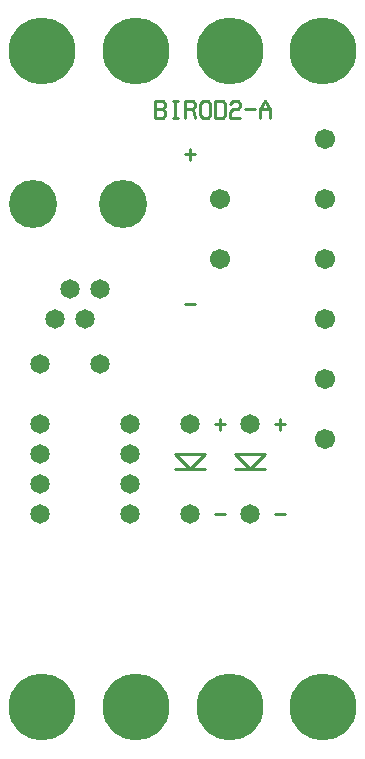
<source format=gtl>
%MOIN*%
%FSLAX25Y25*%
G04 D10 used for Character Trace; *
G04     Circle (OD=.01000) (No hole)*
G04 D11 used for Power Trace; *
G04     Circle (OD=.06700) (No hole)*
G04 D12 used for Signal Trace; *
G04     Circle (OD=.01100) (No hole)*
G04 D13 used for Via; *
G04     Circle (OD=.05800) (Round. Hole ID=.02800)*
G04 D14 used for Component hole; *
G04     Circle (OD=.06500) (Round. Hole ID=.03500)*
G04 D15 used for Component hole; *
G04     Circle (OD=.06700) (Round. Hole ID=.04300)*
G04 D16 used for Component hole; *
G04     Circle (OD=.08100) (Round. Hole ID=.05100)*
G04 D17 used for Component hole; *
G04     Circle (OD=.08900) (Round. Hole ID=.05900)*
G04 D18 used for Component hole; *
G04     Circle (OD=.11300) (Round. Hole ID=.08300)*
G04 D19 used for Component hole; *
G04     Circle (OD=.16000) (Round. Hole ID=.13000)*
G04 D20 used for Component hole; *
G04     Circle (OD=.18300) (Round. Hole ID=.15300)*
G04 D21 used for Component hole; *
G04     Circle (OD=.22291) (Round. Hole ID=.19291)*
%ADD10C,.01000*%
%ADD11C,.06700*%
%ADD12C,.01100*%
%ADD13C,.05800*%
%ADD14C,.06500*%
%ADD15C,.06700*%
%ADD16C,.08100*%
%ADD17C,.08900*%
%ADD18C,.11300*%
%ADD19C,.16000*%
%ADD20C,.18300*%
%ADD21C,.22291*%
%IPPOS*%
%LPD*%
G90*X0Y0D02*D21*X15625Y15625D03*X46875D03*D10*    
X73326Y80000D02*X76674D01*D14*X65000D03*X45000D03*
X15000D03*D21*X78125Y15625D03*D14*X85000Y80000D03*
X45000Y90000D03*X15000D03*D12*X85000Y95000D02*    
X90000D01*X80000D02*X85000D01*X90000Y100000D01*   
X80000D01*X85000Y95000D01*D10*X93326Y110000D02*   
X96674D01*X95000Y111914D02*Y108086D01*D12*        
X65000Y95000D02*X70000Y100000D01*X60000Y95000D02* 
X65000D01*X70000D01*X60000Y100000D02*X70000D01*   
X65000Y95000D02*X60000Y100000D01*D10*             
X73326Y110000D02*X76674D01*X75000Y111914D02*      
Y108086D01*D14*X65000Y110000D03*X45000D03*        
Y100000D03*X85000Y110000D03*D10*X93326Y80000D02*  
X96674D01*D14*X35000Y130000D03*D15*               
X110000Y105000D03*Y125000D03*Y145000D03*D14*      
X15000Y130000D03*Y110000D03*Y100000D03*           
X30000Y145000D03*X20000D03*D10*X63326Y150000D02*  
X66674D01*D14*X35000Y155000D03*X25000D03*D15*     
X110000Y165000D03*X75000D03*D21*X109375Y15625D03* 
D15*X110000Y185000D03*X75000D03*D19*              
X42500Y183500D03*X12500D03*D10*X63326Y200000D02*  
X66674D01*X65000Y201914D02*Y198086D01*D15*        
X110000Y205000D03*D10*X53326Y212129D02*Y217871D01*
X55837D01*X56674Y216914D01*Y215957D01*            
X55837Y215000D01*X56674Y214043D01*Y213086D01*     
X55837Y212129D01*X53326D01*Y215000D02*X55837D01*  
X60000Y212129D02*Y217871D01*X59163Y212129D02*     
X60837D01*X59163Y217871D02*X60837D01*             
X63326Y212129D02*Y217871D01*X65837D01*            
X66674Y216914D01*Y215957D01*X65837Y215000D01*     
X63326D01*X65837D02*X66674Y212129D01*             
X71674Y213086D02*X70837Y212129D01*X69163D01*      
X68326Y213086D01*Y216914D01*X69163Y217871D01*     
X70837D01*X71674Y216914D01*Y213086D01*            
X73326Y212129D02*Y217871D01*X75837D01*            
X76674Y216914D01*Y213086D01*X75837Y212129D01*     
X73326D01*X78326Y216914D02*X79163Y217871D01*      
X80837D01*X81674Y216914D01*Y215957D01*            
X80837Y215000D01*X79163D01*X78326Y214043D01*      
Y212129D01*X81674D01*X83326Y215000D02*X86674D01*  
X88326Y212129D02*Y215000D01*X90000Y217871D01*     
X91674Y215000D01*Y212129D01*X88326Y215000D02*     
X91674D01*D21*X109375Y234375D03*X78125D03*        
X46875D03*X15625D03*M02*                          

</source>
